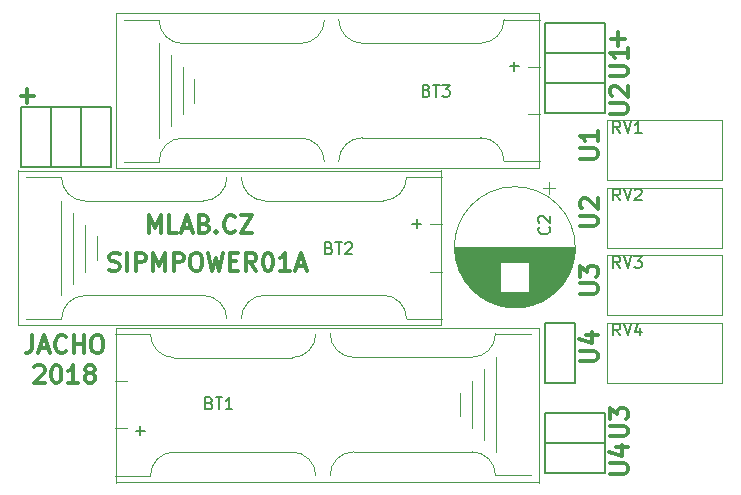
<source format=gbr>
G04 #@! TF.GenerationSoftware,KiCad,Pcbnew,6.0.0-rc1-unknown-f68581d~66~ubuntu16.04.1*
G04 #@! TF.CreationDate,2018-09-30T16:57:06+02:00*
G04 #@! TF.ProjectId,SIPMPOWER01A,5349504D504F5745523031412E6B6963,rev?*
G04 #@! TF.SameCoordinates,Original*
G04 #@! TF.FileFunction,Legend,Top*
G04 #@! TF.FilePolarity,Positive*
%FSLAX46Y46*%
G04 Gerber Fmt 4.6, Leading zero omitted, Abs format (unit mm)*
G04 Created by KiCad (PCBNEW 6.0.0-rc1-unknown-f68581d~66~ubuntu16.04.1) date Sun Sep 30 16:57:06 2018*
%MOMM*%
%LPD*%
G01*
G04 APERTURE LIST*
%ADD10C,0.300000*%
%ADD11C,0.120000*%
%ADD12C,0.150000*%
G04 APERTURE END LIST*
D10*
X1841428Y33166857D02*
X698571Y33166857D01*
X1270000Y32595428D02*
X1270000Y33738285D01*
X48073571Y10712142D02*
X49287857Y10712142D01*
X49430714Y10783571D01*
X49502142Y10855000D01*
X49573571Y10997857D01*
X49573571Y11283571D01*
X49502142Y11426428D01*
X49430714Y11497857D01*
X49287857Y11569285D01*
X48073571Y11569285D01*
X48573571Y12926428D02*
X49573571Y12926428D01*
X48002142Y12569285D02*
X49073571Y12212142D01*
X49073571Y13140714D01*
X48073571Y16427142D02*
X49287857Y16427142D01*
X49430714Y16498571D01*
X49502142Y16570000D01*
X49573571Y16712857D01*
X49573571Y16998571D01*
X49502142Y17141428D01*
X49430714Y17212857D01*
X49287857Y17284285D01*
X48073571Y17284285D01*
X48073571Y17855714D02*
X48073571Y18784285D01*
X48645000Y18284285D01*
X48645000Y18498571D01*
X48716428Y18641428D01*
X48787857Y18712857D01*
X48930714Y18784285D01*
X49287857Y18784285D01*
X49430714Y18712857D01*
X49502142Y18641428D01*
X49573571Y18498571D01*
X49573571Y18070000D01*
X49502142Y17927142D01*
X49430714Y17855714D01*
X48073571Y22142142D02*
X49287857Y22142142D01*
X49430714Y22213571D01*
X49502142Y22285000D01*
X49573571Y22427857D01*
X49573571Y22713571D01*
X49502142Y22856428D01*
X49430714Y22927857D01*
X49287857Y22999285D01*
X48073571Y22999285D01*
X48216428Y23642142D02*
X48145000Y23713571D01*
X48073571Y23856428D01*
X48073571Y24213571D01*
X48145000Y24356428D01*
X48216428Y24427857D01*
X48359285Y24499285D01*
X48502142Y24499285D01*
X48716428Y24427857D01*
X49573571Y23570714D01*
X49573571Y24499285D01*
X48073571Y27857142D02*
X49287857Y27857142D01*
X49430714Y27928571D01*
X49502142Y28000000D01*
X49573571Y28142857D01*
X49573571Y28428571D01*
X49502142Y28571428D01*
X49430714Y28642857D01*
X49287857Y28714285D01*
X48073571Y28714285D01*
X49573571Y30214285D02*
X49573571Y29357142D01*
X49573571Y29785714D02*
X48073571Y29785714D01*
X48287857Y29642857D01*
X48430714Y29500000D01*
X48502142Y29357142D01*
X50717142Y37992857D02*
X51860000Y37992857D01*
X51288571Y37421428D02*
X51288571Y38564285D01*
X50613571Y1187142D02*
X51827857Y1187142D01*
X51970714Y1258571D01*
X52042142Y1330000D01*
X52113571Y1472857D01*
X52113571Y1758571D01*
X52042142Y1901428D01*
X51970714Y1972857D01*
X51827857Y2044285D01*
X50613571Y2044285D01*
X51113571Y3401428D02*
X52113571Y3401428D01*
X50542142Y3044285D02*
X51613571Y2687142D01*
X51613571Y3615714D01*
X50613571Y4362142D02*
X51827857Y4362142D01*
X51970714Y4433571D01*
X52042142Y4505000D01*
X52113571Y4647857D01*
X52113571Y4933571D01*
X52042142Y5076428D01*
X51970714Y5147857D01*
X51827857Y5219285D01*
X50613571Y5219285D01*
X50613571Y5790714D02*
X50613571Y6719285D01*
X51185000Y6219285D01*
X51185000Y6433571D01*
X51256428Y6576428D01*
X51327857Y6647857D01*
X51470714Y6719285D01*
X51827857Y6719285D01*
X51970714Y6647857D01*
X52042142Y6576428D01*
X52113571Y6433571D01*
X52113571Y6005000D01*
X52042142Y5862142D01*
X51970714Y5790714D01*
X50613571Y31667142D02*
X51827857Y31667142D01*
X51970714Y31738571D01*
X52042142Y31810000D01*
X52113571Y31952857D01*
X52113571Y32238571D01*
X52042142Y32381428D01*
X51970714Y32452857D01*
X51827857Y32524285D01*
X50613571Y32524285D01*
X50756428Y33167142D02*
X50685000Y33238571D01*
X50613571Y33381428D01*
X50613571Y33738571D01*
X50685000Y33881428D01*
X50756428Y33952857D01*
X50899285Y34024285D01*
X51042142Y34024285D01*
X51256428Y33952857D01*
X52113571Y33095714D01*
X52113571Y34024285D01*
X50613571Y34842142D02*
X51827857Y34842142D01*
X51970714Y34913571D01*
X52042142Y34985000D01*
X52113571Y35127857D01*
X52113571Y35413571D01*
X52042142Y35556428D01*
X51970714Y35627857D01*
X51827857Y35699285D01*
X50613571Y35699285D01*
X52113571Y37199285D02*
X52113571Y36342142D01*
X52113571Y36770714D02*
X50613571Y36770714D01*
X50827857Y36627857D01*
X50970714Y36485000D01*
X51042142Y36342142D01*
X1873571Y10203571D02*
X1945000Y10275000D01*
X2087857Y10346428D01*
X2445000Y10346428D01*
X2587857Y10275000D01*
X2659285Y10203571D01*
X2730714Y10060714D01*
X2730714Y9917857D01*
X2659285Y9703571D01*
X1802142Y8846428D01*
X2730714Y8846428D01*
X3659285Y10346428D02*
X3802142Y10346428D01*
X3945000Y10275000D01*
X4016428Y10203571D01*
X4087857Y10060714D01*
X4159285Y9775000D01*
X4159285Y9417857D01*
X4087857Y9132142D01*
X4016428Y8989285D01*
X3945000Y8917857D01*
X3802142Y8846428D01*
X3659285Y8846428D01*
X3516428Y8917857D01*
X3445000Y8989285D01*
X3373571Y9132142D01*
X3302142Y9417857D01*
X3302142Y9775000D01*
X3373571Y10060714D01*
X3445000Y10203571D01*
X3516428Y10275000D01*
X3659285Y10346428D01*
X5587857Y8846428D02*
X4730714Y8846428D01*
X5159285Y8846428D02*
X5159285Y10346428D01*
X5016428Y10132142D01*
X4873571Y9989285D01*
X4730714Y9917857D01*
X6445000Y9703571D02*
X6302142Y9775000D01*
X6230714Y9846428D01*
X6159285Y9989285D01*
X6159285Y10060714D01*
X6230714Y10203571D01*
X6302142Y10275000D01*
X6445000Y10346428D01*
X6730714Y10346428D01*
X6873571Y10275000D01*
X6945000Y10203571D01*
X7016428Y10060714D01*
X7016428Y9989285D01*
X6945000Y9846428D01*
X6873571Y9775000D01*
X6730714Y9703571D01*
X6445000Y9703571D01*
X6302142Y9632142D01*
X6230714Y9560714D01*
X6159285Y9417857D01*
X6159285Y9132142D01*
X6230714Y8989285D01*
X6302142Y8917857D01*
X6445000Y8846428D01*
X6730714Y8846428D01*
X6873571Y8917857D01*
X6945000Y8989285D01*
X7016428Y9132142D01*
X7016428Y9417857D01*
X6945000Y9560714D01*
X6873571Y9632142D01*
X6730714Y9703571D01*
X1695000Y12886428D02*
X1695000Y11815000D01*
X1623571Y11600714D01*
X1480714Y11457857D01*
X1266428Y11386428D01*
X1123571Y11386428D01*
X2337857Y11815000D02*
X3052142Y11815000D01*
X2195000Y11386428D02*
X2695000Y12886428D01*
X3195000Y11386428D01*
X4552142Y11529285D02*
X4480714Y11457857D01*
X4266428Y11386428D01*
X4123571Y11386428D01*
X3909285Y11457857D01*
X3766428Y11600714D01*
X3695000Y11743571D01*
X3623571Y12029285D01*
X3623571Y12243571D01*
X3695000Y12529285D01*
X3766428Y12672142D01*
X3909285Y12815000D01*
X4123571Y12886428D01*
X4266428Y12886428D01*
X4480714Y12815000D01*
X4552142Y12743571D01*
X5195000Y11386428D02*
X5195000Y12886428D01*
X5195000Y12172142D02*
X6052142Y12172142D01*
X6052142Y11386428D02*
X6052142Y12886428D01*
X7052142Y12886428D02*
X7337857Y12886428D01*
X7480714Y12815000D01*
X7623571Y12672142D01*
X7695000Y12386428D01*
X7695000Y11886428D01*
X7623571Y11600714D01*
X7480714Y11457857D01*
X7337857Y11386428D01*
X7052142Y11386428D01*
X6909285Y11457857D01*
X6766428Y11600714D01*
X6695000Y11886428D01*
X6695000Y12386428D01*
X6766428Y12672142D01*
X6909285Y12815000D01*
X7052142Y12886428D01*
X8224285Y18442857D02*
X8438571Y18371428D01*
X8795714Y18371428D01*
X8938571Y18442857D01*
X9010000Y18514285D01*
X9081428Y18657142D01*
X9081428Y18800000D01*
X9010000Y18942857D01*
X8938571Y19014285D01*
X8795714Y19085714D01*
X8510000Y19157142D01*
X8367142Y19228571D01*
X8295714Y19300000D01*
X8224285Y19442857D01*
X8224285Y19585714D01*
X8295714Y19728571D01*
X8367142Y19800000D01*
X8510000Y19871428D01*
X8867142Y19871428D01*
X9081428Y19800000D01*
X9724285Y18371428D02*
X9724285Y19871428D01*
X10438571Y18371428D02*
X10438571Y19871428D01*
X11010000Y19871428D01*
X11152857Y19800000D01*
X11224285Y19728571D01*
X11295714Y19585714D01*
X11295714Y19371428D01*
X11224285Y19228571D01*
X11152857Y19157142D01*
X11010000Y19085714D01*
X10438571Y19085714D01*
X11938571Y18371428D02*
X11938571Y19871428D01*
X12438571Y18800000D01*
X12938571Y19871428D01*
X12938571Y18371428D01*
X13652857Y18371428D02*
X13652857Y19871428D01*
X14224285Y19871428D01*
X14367142Y19800000D01*
X14438571Y19728571D01*
X14510000Y19585714D01*
X14510000Y19371428D01*
X14438571Y19228571D01*
X14367142Y19157142D01*
X14224285Y19085714D01*
X13652857Y19085714D01*
X15438571Y19871428D02*
X15724285Y19871428D01*
X15867142Y19800000D01*
X16010000Y19657142D01*
X16081428Y19371428D01*
X16081428Y18871428D01*
X16010000Y18585714D01*
X15867142Y18442857D01*
X15724285Y18371428D01*
X15438571Y18371428D01*
X15295714Y18442857D01*
X15152857Y18585714D01*
X15081428Y18871428D01*
X15081428Y19371428D01*
X15152857Y19657142D01*
X15295714Y19800000D01*
X15438571Y19871428D01*
X16581428Y19871428D02*
X16938571Y18371428D01*
X17224285Y19442857D01*
X17510000Y18371428D01*
X17867142Y19871428D01*
X18438571Y19157142D02*
X18938571Y19157142D01*
X19152857Y18371428D02*
X18438571Y18371428D01*
X18438571Y19871428D01*
X19152857Y19871428D01*
X20652857Y18371428D02*
X20152857Y19085714D01*
X19795714Y18371428D02*
X19795714Y19871428D01*
X20367142Y19871428D01*
X20510000Y19800000D01*
X20581428Y19728571D01*
X20652857Y19585714D01*
X20652857Y19371428D01*
X20581428Y19228571D01*
X20510000Y19157142D01*
X20367142Y19085714D01*
X19795714Y19085714D01*
X21581428Y19871428D02*
X21724285Y19871428D01*
X21867142Y19800000D01*
X21938571Y19728571D01*
X22010000Y19585714D01*
X22081428Y19300000D01*
X22081428Y18942857D01*
X22010000Y18657142D01*
X21938571Y18514285D01*
X21867142Y18442857D01*
X21724285Y18371428D01*
X21581428Y18371428D01*
X21438571Y18442857D01*
X21367142Y18514285D01*
X21295714Y18657142D01*
X21224285Y18942857D01*
X21224285Y19300000D01*
X21295714Y19585714D01*
X21367142Y19728571D01*
X21438571Y19800000D01*
X21581428Y19871428D01*
X23510000Y18371428D02*
X22652857Y18371428D01*
X23081428Y18371428D02*
X23081428Y19871428D01*
X22938571Y19657142D01*
X22795714Y19514285D01*
X22652857Y19442857D01*
X24081428Y18800000D02*
X24795714Y18800000D01*
X23938571Y18371428D02*
X24438571Y19871428D01*
X24938571Y18371428D01*
X11553571Y21546428D02*
X11553571Y23046428D01*
X12053571Y21975000D01*
X12553571Y23046428D01*
X12553571Y21546428D01*
X13982142Y21546428D02*
X13267857Y21546428D01*
X13267857Y23046428D01*
X14410714Y21975000D02*
X15125000Y21975000D01*
X14267857Y21546428D02*
X14767857Y23046428D01*
X15267857Y21546428D01*
X16267857Y22332142D02*
X16482142Y22260714D01*
X16553571Y22189285D01*
X16624999Y22046428D01*
X16624999Y21832142D01*
X16553571Y21689285D01*
X16482142Y21617857D01*
X16339285Y21546428D01*
X15767857Y21546428D01*
X15767857Y23046428D01*
X16267857Y23046428D01*
X16410714Y22975000D01*
X16482142Y22903571D01*
X16553571Y22760714D01*
X16553571Y22617857D01*
X16482142Y22475000D01*
X16410714Y22403571D01*
X16267857Y22332142D01*
X15767857Y22332142D01*
X17267857Y21689285D02*
X17339285Y21617857D01*
X17267857Y21546428D01*
X17196428Y21617857D01*
X17267857Y21689285D01*
X17267857Y21546428D01*
X18839285Y21689285D02*
X18767857Y21617857D01*
X18553571Y21546428D01*
X18410714Y21546428D01*
X18196428Y21617857D01*
X18053571Y21760714D01*
X17982142Y21903571D01*
X17910714Y22189285D01*
X17910714Y22403571D01*
X17982142Y22689285D01*
X18053571Y22832142D01*
X18196428Y22975000D01*
X18410714Y23046428D01*
X18553571Y23046428D01*
X18767857Y22975000D01*
X18839285Y22903571D01*
X19339285Y23046428D02*
X20339285Y23046428D01*
X19339285Y21546428D01*
X20339285Y21546428D01*
D11*
G04 #@! TO.C,BT2*
X515000Y26870000D02*
X515000Y13770000D01*
X515000Y13770000D02*
X36315000Y13770000D01*
X36315000Y13770000D02*
X36315000Y26870000D01*
X515000Y26820000D02*
X36315000Y26820000D01*
X7167800Y19269200D02*
X7167800Y21269200D01*
X6167800Y18269200D02*
X6167800Y22269200D01*
X5167800Y23269200D02*
X5167800Y17269200D01*
X4167800Y16269200D02*
X4167800Y24269200D01*
X36391600Y18294600D02*
X35391600Y18294600D01*
X35391600Y22294600D02*
X36391600Y22294600D01*
X18167800Y14269200D02*
G75*
G03X16167800Y16269200I-2000000J0D01*
G01*
X21391600Y16294600D02*
G75*
G03X19391600Y14294600I0J-2000000D01*
G01*
X19391600Y26294600D02*
G75*
G03X21391600Y24294600I2000000J0D01*
G01*
X16167800Y24269200D02*
G75*
G03X18167800Y26269200I0J2000000D01*
G01*
X31391600Y24294600D02*
X21391600Y24294600D01*
X31391600Y16294600D02*
X21391600Y16294600D01*
X31391600Y24294600D02*
G75*
G03X33391600Y26294600I0J2000000D01*
G01*
X6167800Y16269200D02*
X16167800Y16269200D01*
X6167800Y24269200D02*
X16167800Y24269200D01*
X4167800Y26269200D02*
G75*
G03X6167800Y24269200I2000000J0D01*
G01*
X6167800Y16269200D02*
G75*
G03X4167800Y14269200I0J-2000000D01*
G01*
X33391600Y14294600D02*
G75*
G03X31391600Y16294600I-2000000J0D01*
G01*
X36391600Y14294600D02*
X33391600Y14294600D01*
X36391600Y26294600D02*
X33391600Y26294600D01*
X1167800Y14269200D02*
X4167800Y14269200D01*
X1167800Y26269200D02*
X4167800Y26269200D01*
G04 #@! TO.C,BT3*
X9422800Y39604200D02*
X12422800Y39604200D01*
X9422800Y27604200D02*
X12422800Y27604200D01*
X44646600Y39629600D02*
X41646600Y39629600D01*
X44646600Y27629600D02*
X41646600Y27629600D01*
X41646600Y27629600D02*
G75*
G03X39646600Y29629600I-2000000J0D01*
G01*
X14422800Y29604200D02*
G75*
G03X12422800Y27604200I0J-2000000D01*
G01*
X12422800Y39604200D02*
G75*
G03X14422800Y37604200I2000000J0D01*
G01*
X14422800Y37604200D02*
X24422800Y37604200D01*
X14422800Y29604200D02*
X24422800Y29604200D01*
X39646600Y37629600D02*
G75*
G03X41646600Y39629600I0J2000000D01*
G01*
X39646600Y29629600D02*
X29646600Y29629600D01*
X39646600Y37629600D02*
X29646600Y37629600D01*
X24422800Y37604200D02*
G75*
G03X26422800Y39604200I0J2000000D01*
G01*
X27646600Y39629600D02*
G75*
G03X29646600Y37629600I2000000J0D01*
G01*
X29646600Y29629600D02*
G75*
G03X27646600Y27629600I0J-2000000D01*
G01*
X26422800Y27604200D02*
G75*
G03X24422800Y29604200I-2000000J0D01*
G01*
X43646600Y35629600D02*
X44646600Y35629600D01*
X44646600Y31629600D02*
X43646600Y31629600D01*
X12422800Y29604200D02*
X12422800Y37604200D01*
X13422800Y36604200D02*
X13422800Y30604200D01*
X14422800Y31604200D02*
X14422800Y35604200D01*
X15422800Y32604200D02*
X15422800Y34604200D01*
X8770000Y40155000D02*
X44570000Y40155000D01*
X44570000Y27105000D02*
X44570000Y40205000D01*
X8770000Y27105000D02*
X44570000Y27105000D01*
X8770000Y40205000D02*
X8770000Y27105000D01*
G04 #@! TO.C,C2*
X47665000Y20360000D02*
G75*
G03X47665000Y20360000I-5120000J0D01*
G01*
X47625000Y20360000D02*
X37465000Y20360000D01*
X47625000Y20320000D02*
X37465000Y20320000D01*
X47625000Y20280000D02*
X37465000Y20280000D01*
X47624000Y20240000D02*
X37466000Y20240000D01*
X47623000Y20200000D02*
X37467000Y20200000D01*
X47622000Y20160000D02*
X37468000Y20160000D01*
X47620000Y20120000D02*
X37470000Y20120000D01*
X47618000Y20080000D02*
X37472000Y20080000D01*
X47615000Y20040000D02*
X37475000Y20040000D01*
X47613000Y20000000D02*
X37477000Y20000000D01*
X47610000Y19960000D02*
X37480000Y19960000D01*
X47607000Y19920000D02*
X37483000Y19920000D01*
X47603000Y19880000D02*
X37487000Y19880000D01*
X47599000Y19840000D02*
X37491000Y19840000D01*
X47595000Y19800000D02*
X37495000Y19800000D01*
X47590000Y19760000D02*
X37500000Y19760000D01*
X47585000Y19720000D02*
X37505000Y19720000D01*
X47580000Y19680000D02*
X37510000Y19680000D01*
X47575000Y19639000D02*
X37515000Y19639000D01*
X47569000Y19599000D02*
X37521000Y19599000D01*
X47563000Y19559000D02*
X37527000Y19559000D01*
X47556000Y19519000D02*
X37534000Y19519000D01*
X47549000Y19479000D02*
X37541000Y19479000D01*
X47542000Y19439000D02*
X37548000Y19439000D01*
X47535000Y19399000D02*
X37555000Y19399000D01*
X47527000Y19359000D02*
X37563000Y19359000D01*
X47519000Y19319000D02*
X37571000Y19319000D01*
X47510000Y19279000D02*
X37580000Y19279000D01*
X47501000Y19239000D02*
X37589000Y19239000D01*
X47492000Y19199000D02*
X37598000Y19199000D01*
X47483000Y19159000D02*
X37607000Y19159000D01*
X47473000Y19119000D02*
X37617000Y19119000D01*
X47463000Y19079000D02*
X43786000Y19079000D01*
X41304000Y19079000D02*
X37627000Y19079000D01*
X47452000Y19039000D02*
X43786000Y19039000D01*
X41304000Y19039000D02*
X37638000Y19039000D01*
X47442000Y18999000D02*
X43786000Y18999000D01*
X41304000Y18999000D02*
X37648000Y18999000D01*
X47430000Y18959000D02*
X43786000Y18959000D01*
X41304000Y18959000D02*
X37660000Y18959000D01*
X47419000Y18919000D02*
X43786000Y18919000D01*
X41304000Y18919000D02*
X37671000Y18919000D01*
X47407000Y18879000D02*
X43786000Y18879000D01*
X41304000Y18879000D02*
X37683000Y18879000D01*
X47395000Y18839000D02*
X43786000Y18839000D01*
X41304000Y18839000D02*
X37695000Y18839000D01*
X47382000Y18799000D02*
X43786000Y18799000D01*
X41304000Y18799000D02*
X37708000Y18799000D01*
X47369000Y18759000D02*
X43786000Y18759000D01*
X41304000Y18759000D02*
X37721000Y18759000D01*
X47356000Y18719000D02*
X43786000Y18719000D01*
X41304000Y18719000D02*
X37734000Y18719000D01*
X47342000Y18679000D02*
X43786000Y18679000D01*
X41304000Y18679000D02*
X37748000Y18679000D01*
X47328000Y18639000D02*
X43786000Y18639000D01*
X41304000Y18639000D02*
X37762000Y18639000D01*
X47313000Y18599000D02*
X43786000Y18599000D01*
X41304000Y18599000D02*
X37777000Y18599000D01*
X47299000Y18559000D02*
X43786000Y18559000D01*
X41304000Y18559000D02*
X37791000Y18559000D01*
X47283000Y18519000D02*
X43786000Y18519000D01*
X41304000Y18519000D02*
X37807000Y18519000D01*
X47268000Y18479000D02*
X43786000Y18479000D01*
X41304000Y18479000D02*
X37822000Y18479000D01*
X47252000Y18439000D02*
X43786000Y18439000D01*
X41304000Y18439000D02*
X37838000Y18439000D01*
X47235000Y18399000D02*
X43786000Y18399000D01*
X41304000Y18399000D02*
X37855000Y18399000D01*
X47219000Y18359000D02*
X43786000Y18359000D01*
X41304000Y18359000D02*
X37871000Y18359000D01*
X47202000Y18319000D02*
X43786000Y18319000D01*
X41304000Y18319000D02*
X37888000Y18319000D01*
X47184000Y18279000D02*
X43786000Y18279000D01*
X41304000Y18279000D02*
X37906000Y18279000D01*
X47166000Y18239000D02*
X43786000Y18239000D01*
X41304000Y18239000D02*
X37924000Y18239000D01*
X47148000Y18199000D02*
X43786000Y18199000D01*
X41304000Y18199000D02*
X37942000Y18199000D01*
X47129000Y18159000D02*
X43786000Y18159000D01*
X41304000Y18159000D02*
X37961000Y18159000D01*
X47109000Y18119000D02*
X43786000Y18119000D01*
X41304000Y18119000D02*
X37981000Y18119000D01*
X47090000Y18079000D02*
X43786000Y18079000D01*
X41304000Y18079000D02*
X38000000Y18079000D01*
X47070000Y18039000D02*
X43786000Y18039000D01*
X41304000Y18039000D02*
X38020000Y18039000D01*
X47049000Y17999000D02*
X43786000Y17999000D01*
X41304000Y17999000D02*
X38041000Y17999000D01*
X47028000Y17959000D02*
X43786000Y17959000D01*
X41304000Y17959000D02*
X38062000Y17959000D01*
X47007000Y17919000D02*
X43786000Y17919000D01*
X41304000Y17919000D02*
X38083000Y17919000D01*
X46985000Y17879000D02*
X43786000Y17879000D01*
X41304000Y17879000D02*
X38105000Y17879000D01*
X46962000Y17839000D02*
X43786000Y17839000D01*
X41304000Y17839000D02*
X38128000Y17839000D01*
X46940000Y17799000D02*
X43786000Y17799000D01*
X41304000Y17799000D02*
X38150000Y17799000D01*
X46916000Y17759000D02*
X43786000Y17759000D01*
X41304000Y17759000D02*
X38174000Y17759000D01*
X46892000Y17719000D02*
X43786000Y17719000D01*
X41304000Y17719000D02*
X38198000Y17719000D01*
X46868000Y17679000D02*
X43786000Y17679000D01*
X41304000Y17679000D02*
X38222000Y17679000D01*
X46843000Y17639000D02*
X43786000Y17639000D01*
X41304000Y17639000D02*
X38247000Y17639000D01*
X46818000Y17599000D02*
X43786000Y17599000D01*
X41304000Y17599000D02*
X38272000Y17599000D01*
X46792000Y17559000D02*
X43786000Y17559000D01*
X41304000Y17559000D02*
X38298000Y17559000D01*
X46766000Y17519000D02*
X43786000Y17519000D01*
X41304000Y17519000D02*
X38324000Y17519000D01*
X46739000Y17479000D02*
X43786000Y17479000D01*
X41304000Y17479000D02*
X38351000Y17479000D01*
X46711000Y17439000D02*
X43786000Y17439000D01*
X41304000Y17439000D02*
X38379000Y17439000D01*
X46683000Y17399000D02*
X43786000Y17399000D01*
X41304000Y17399000D02*
X38407000Y17399000D01*
X46655000Y17359000D02*
X43786000Y17359000D01*
X41304000Y17359000D02*
X38435000Y17359000D01*
X46625000Y17319000D02*
X43786000Y17319000D01*
X41304000Y17319000D02*
X38465000Y17319000D01*
X46595000Y17279000D02*
X43786000Y17279000D01*
X41304000Y17279000D02*
X38495000Y17279000D01*
X46565000Y17239000D02*
X43786000Y17239000D01*
X41304000Y17239000D02*
X38525000Y17239000D01*
X46534000Y17199000D02*
X43786000Y17199000D01*
X41304000Y17199000D02*
X38556000Y17199000D01*
X46502000Y17159000D02*
X43786000Y17159000D01*
X41304000Y17159000D02*
X38588000Y17159000D01*
X46470000Y17119000D02*
X43786000Y17119000D01*
X41304000Y17119000D02*
X38620000Y17119000D01*
X46437000Y17079000D02*
X43786000Y17079000D01*
X41304000Y17079000D02*
X38653000Y17079000D01*
X46403000Y17039000D02*
X43786000Y17039000D01*
X41304000Y17039000D02*
X38687000Y17039000D01*
X46369000Y16999000D02*
X43786000Y16999000D01*
X41304000Y16999000D02*
X38721000Y16999000D01*
X46334000Y16959000D02*
X43786000Y16959000D01*
X41304000Y16959000D02*
X38756000Y16959000D01*
X46298000Y16919000D02*
X43786000Y16919000D01*
X41304000Y16919000D02*
X38792000Y16919000D01*
X46261000Y16879000D02*
X43786000Y16879000D01*
X41304000Y16879000D02*
X38829000Y16879000D01*
X46224000Y16839000D02*
X43786000Y16839000D01*
X41304000Y16839000D02*
X38866000Y16839000D01*
X46185000Y16799000D02*
X43786000Y16799000D01*
X41304000Y16799000D02*
X38905000Y16799000D01*
X46146000Y16759000D02*
X43786000Y16759000D01*
X41304000Y16759000D02*
X38944000Y16759000D01*
X46106000Y16719000D02*
X43786000Y16719000D01*
X41304000Y16719000D02*
X38984000Y16719000D01*
X46065000Y16679000D02*
X43786000Y16679000D01*
X41304000Y16679000D02*
X39025000Y16679000D01*
X46023000Y16639000D02*
X43786000Y16639000D01*
X41304000Y16639000D02*
X39067000Y16639000D01*
X45981000Y16599000D02*
X39109000Y16599000D01*
X45937000Y16559000D02*
X39153000Y16559000D01*
X45892000Y16519000D02*
X39198000Y16519000D01*
X45846000Y16479000D02*
X39244000Y16479000D01*
X45799000Y16439000D02*
X39291000Y16439000D01*
X45751000Y16399000D02*
X39339000Y16399000D01*
X45701000Y16359000D02*
X39389000Y16359000D01*
X45651000Y16319000D02*
X39439000Y16319000D01*
X45599000Y16279000D02*
X39491000Y16279000D01*
X45545000Y16239000D02*
X39545000Y16239000D01*
X45490000Y16199000D02*
X39600000Y16199000D01*
X45434000Y16159000D02*
X39656000Y16159000D01*
X45375000Y16119000D02*
X39715000Y16119000D01*
X45315000Y16079000D02*
X39775000Y16079000D01*
X45254000Y16039000D02*
X39836000Y16039000D01*
X45190000Y15999000D02*
X39900000Y15999000D01*
X45124000Y15959000D02*
X39966000Y15959000D01*
X45055000Y15919000D02*
X40035000Y15919000D01*
X44984000Y15879000D02*
X40106000Y15879000D01*
X44910000Y15839000D02*
X40180000Y15839000D01*
X44834000Y15799000D02*
X40256000Y15799000D01*
X44754000Y15759000D02*
X40336000Y15759000D01*
X44670000Y15719000D02*
X40420000Y15719000D01*
X44582000Y15679000D02*
X40508000Y15679000D01*
X44489000Y15639000D02*
X40601000Y15639000D01*
X44391000Y15599000D02*
X40699000Y15599000D01*
X44287000Y15559000D02*
X40803000Y15559000D01*
X44175000Y15519000D02*
X40915000Y15519000D01*
X44055000Y15479000D02*
X41035000Y15479000D01*
X43923000Y15439000D02*
X41167000Y15439000D01*
X43775000Y15399000D02*
X41315000Y15399000D01*
X43607000Y15359000D02*
X41483000Y15359000D01*
X43407000Y15319000D02*
X41683000Y15319000D01*
X43144000Y15279000D02*
X41946000Y15279000D01*
X45420000Y25839646D02*
X45420000Y24839646D01*
X45920000Y25339646D02*
X44920000Y25339646D01*
G04 #@! TO.C,BT1*
X43917200Y1035800D02*
X40917200Y1035800D01*
X43917200Y13035800D02*
X40917200Y13035800D01*
X8693400Y1010400D02*
X11693400Y1010400D01*
X8693400Y13010400D02*
X11693400Y13010400D01*
X11693400Y13010400D02*
G75*
G03X13693400Y11010400I2000000J0D01*
G01*
X38917200Y11035800D02*
G75*
G03X40917200Y13035800I0J2000000D01*
G01*
X40917200Y1035800D02*
G75*
G03X38917200Y3035800I-2000000J0D01*
G01*
X38917200Y3035800D02*
X28917200Y3035800D01*
X38917200Y11035800D02*
X28917200Y11035800D01*
X13693400Y3010400D02*
G75*
G03X11693400Y1010400I0J-2000000D01*
G01*
X13693400Y11010400D02*
X23693400Y11010400D01*
X13693400Y3010400D02*
X23693400Y3010400D01*
X28917200Y3035800D02*
G75*
G03X26917200Y1035800I0J-2000000D01*
G01*
X25693400Y1010400D02*
G75*
G03X23693400Y3010400I-2000000J0D01*
G01*
X23693400Y11010400D02*
G75*
G03X25693400Y13010400I0J2000000D01*
G01*
X26917200Y13035800D02*
G75*
G03X28917200Y11035800I2000000J0D01*
G01*
X9693400Y5010400D02*
X8693400Y5010400D01*
X8693400Y9010400D02*
X9693400Y9010400D01*
X40917200Y11035800D02*
X40917200Y3035800D01*
X39917200Y4035800D02*
X39917200Y10035800D01*
X38917200Y9035800D02*
X38917200Y5035800D01*
X37917200Y8035800D02*
X37917200Y6035800D01*
X44570000Y485000D02*
X8770000Y485000D01*
X8770000Y13535000D02*
X8770000Y435000D01*
X44570000Y13535000D02*
X8770000Y13535000D01*
X44570000Y435000D02*
X44570000Y13535000D01*
G04 #@! TO.C,RV1*
X60130000Y31105000D02*
X60130000Y26035000D01*
X50360000Y31105000D02*
X50360000Y26035000D01*
X50360000Y26035000D02*
X60130000Y26035000D01*
X50360000Y31105000D02*
X60130000Y31105000D01*
G04 #@! TO.C,RV2*
X60130000Y25390000D02*
X60130000Y20320000D01*
X50360000Y25390000D02*
X50360000Y20320000D01*
X50360000Y20320000D02*
X60130000Y20320000D01*
X50360000Y25390000D02*
X60130000Y25390000D01*
G04 #@! TO.C,RV3*
X50360000Y19675000D02*
X60130000Y19675000D01*
X50360000Y14605000D02*
X60130000Y14605000D01*
X50360000Y19675000D02*
X50360000Y14605000D01*
X60130000Y19675000D02*
X60130000Y14605000D01*
G04 #@! TO.C,RV4*
X50360000Y13960000D02*
X60130000Y13960000D01*
X50360000Y8890000D02*
X60130000Y8890000D01*
X50360000Y13960000D02*
X50360000Y8890000D01*
X60130000Y13960000D02*
X60130000Y8890000D01*
D12*
G04 #@! TO.C,J1*
X45085000Y3810000D02*
X50165000Y3810000D01*
X50165000Y3810000D02*
X50165000Y1270000D01*
X50165000Y1270000D02*
X45085000Y1270000D01*
X45085000Y1270000D02*
X45085000Y3810000D01*
G04 #@! TO.C,J2*
X45085000Y3810000D02*
X45085000Y6350000D01*
X50165000Y3810000D02*
X45085000Y3810000D01*
X50165000Y6350000D02*
X50165000Y3810000D01*
X45085000Y6350000D02*
X50165000Y6350000D01*
G04 #@! TO.C,J3*
X45085000Y34290000D02*
X50165000Y34290000D01*
X50165000Y34290000D02*
X50165000Y31750000D01*
X50165000Y31750000D02*
X45085000Y31750000D01*
X45085000Y31750000D02*
X45085000Y34290000D01*
G04 #@! TO.C,J4*
X45085000Y34290000D02*
X45085000Y36830000D01*
X50165000Y34290000D02*
X45085000Y34290000D01*
X50165000Y36830000D02*
X50165000Y34290000D01*
X45085000Y36830000D02*
X50165000Y36830000D01*
G04 #@! TO.C,J5*
X45085000Y39370000D02*
X50165000Y39370000D01*
X50165000Y39370000D02*
X50165000Y36830000D01*
X50165000Y36830000D02*
X45085000Y36830000D01*
X45085000Y36830000D02*
X45085000Y39370000D01*
G04 #@! TO.C,J6*
X45085000Y13970000D02*
X47625000Y13970000D01*
X47625000Y13970000D02*
X47625000Y8890000D01*
X47625000Y8890000D02*
X45085000Y8890000D01*
X45085000Y8890000D02*
X45085000Y13970000D01*
G04 #@! TO.C,J7*
X762000Y32258000D02*
X3302000Y32258000D01*
X3302000Y32258000D02*
X3302000Y27178000D01*
X3302000Y27178000D02*
X762000Y27178000D01*
X762000Y27178000D02*
X762000Y32258000D01*
G04 #@! TO.C,J8*
X3302000Y27178000D02*
X3302000Y32258000D01*
X5842000Y27178000D02*
X3302000Y27178000D01*
X5842000Y32258000D02*
X5842000Y27178000D01*
X3302000Y32258000D02*
X5842000Y32258000D01*
G04 #@! TO.C,J9*
X5842000Y32258000D02*
X8382000Y32258000D01*
X8382000Y32258000D02*
X8382000Y27178000D01*
X8382000Y27178000D02*
X5842000Y27178000D01*
X5842000Y27178000D02*
X5842000Y32258000D01*
G04 #@! TO.C,BT2*
X26824085Y20289828D02*
X26966942Y20242209D01*
X27014561Y20194590D01*
X27062180Y20099352D01*
X27062180Y19956495D01*
X27014561Y19861257D01*
X26966942Y19813638D01*
X26871704Y19766019D01*
X26490752Y19766019D01*
X26490752Y20766019D01*
X26824085Y20766019D01*
X26919323Y20718400D01*
X26966942Y20670780D01*
X27014561Y20575542D01*
X27014561Y20480304D01*
X26966942Y20385066D01*
X26919323Y20337447D01*
X26824085Y20289828D01*
X26490752Y20289828D01*
X27347895Y20766019D02*
X27919323Y20766019D01*
X27633609Y19766019D02*
X27633609Y20766019D01*
X28205038Y20670780D02*
X28252657Y20718400D01*
X28347895Y20766019D01*
X28585990Y20766019D01*
X28681228Y20718400D01*
X28728847Y20670780D01*
X28776466Y20575542D01*
X28776466Y20480304D01*
X28728847Y20337447D01*
X28157419Y19766019D01*
X28776466Y19766019D01*
X33883647Y22331371D02*
X34645552Y22331371D01*
X34264600Y21950419D02*
X34264600Y22712323D01*
G04 #@! TO.C,BT3*
X35079085Y33624828D02*
X35221942Y33577209D01*
X35269561Y33529590D01*
X35317180Y33434352D01*
X35317180Y33291495D01*
X35269561Y33196257D01*
X35221942Y33148638D01*
X35126704Y33101019D01*
X34745752Y33101019D01*
X34745752Y34101019D01*
X35079085Y34101019D01*
X35174323Y34053400D01*
X35221942Y34005780D01*
X35269561Y33910542D01*
X35269561Y33815304D01*
X35221942Y33720066D01*
X35174323Y33672447D01*
X35079085Y33624828D01*
X34745752Y33624828D01*
X35602895Y34101019D02*
X36174323Y34101019D01*
X35888609Y33101019D02*
X35888609Y34101019D01*
X36412419Y34101019D02*
X37031466Y34101019D01*
X36698133Y33720066D01*
X36840990Y33720066D01*
X36936228Y33672447D01*
X36983847Y33624828D01*
X37031466Y33529590D01*
X37031466Y33291495D01*
X36983847Y33196257D01*
X36936228Y33148638D01*
X36840990Y33101019D01*
X36555276Y33101019D01*
X36460038Y33148638D01*
X36412419Y33196257D01*
X42138647Y35666371D02*
X42900552Y35666371D01*
X42519600Y35285419D02*
X42519600Y36047323D01*
G04 #@! TO.C,C2*
X45442142Y22058333D02*
X45489761Y22010714D01*
X45537380Y21867857D01*
X45537380Y21772619D01*
X45489761Y21629761D01*
X45394523Y21534523D01*
X45299285Y21486904D01*
X45108809Y21439285D01*
X44965952Y21439285D01*
X44775476Y21486904D01*
X44680238Y21534523D01*
X44585000Y21629761D01*
X44537380Y21772619D01*
X44537380Y21867857D01*
X44585000Y22010714D01*
X44632619Y22058333D01*
X44632619Y22439285D02*
X44585000Y22486904D01*
X44537380Y22582142D01*
X44537380Y22820238D01*
X44585000Y22915476D01*
X44632619Y22963095D01*
X44727857Y23010714D01*
X44823095Y23010714D01*
X44965952Y22963095D01*
X45537380Y22391666D01*
X45537380Y23010714D01*
G04 #@! TO.C,BT1*
X16689485Y7158028D02*
X16832342Y7110409D01*
X16879961Y7062790D01*
X16927580Y6967552D01*
X16927580Y6824695D01*
X16879961Y6729457D01*
X16832342Y6681838D01*
X16737104Y6634219D01*
X16356152Y6634219D01*
X16356152Y7634219D01*
X16689485Y7634219D01*
X16784723Y7586600D01*
X16832342Y7538980D01*
X16879961Y7443742D01*
X16879961Y7348504D01*
X16832342Y7253266D01*
X16784723Y7205647D01*
X16689485Y7158028D01*
X16356152Y7158028D01*
X17213295Y7634219D02*
X17784723Y7634219D01*
X17499009Y6634219D02*
X17499009Y7634219D01*
X18641866Y6634219D02*
X18070438Y6634219D01*
X18356152Y6634219D02*
X18356152Y7634219D01*
X18260914Y7491361D01*
X18165676Y7396123D01*
X18070438Y7348504D01*
X10439447Y4830771D02*
X11201352Y4830771D01*
X10820400Y4449819D02*
X10820400Y5211723D01*
G04 #@! TO.C,RV1*
X51474761Y30027619D02*
X51141428Y30503809D01*
X50903333Y30027619D02*
X50903333Y31027619D01*
X51284285Y31027619D01*
X51379523Y30980000D01*
X51427142Y30932380D01*
X51474761Y30837142D01*
X51474761Y30694285D01*
X51427142Y30599047D01*
X51379523Y30551428D01*
X51284285Y30503809D01*
X50903333Y30503809D01*
X51760476Y31027619D02*
X52093809Y30027619D01*
X52427142Y31027619D01*
X53284285Y30027619D02*
X52712857Y30027619D01*
X52998571Y30027619D02*
X52998571Y31027619D01*
X52903333Y30884761D01*
X52808095Y30789523D01*
X52712857Y30741904D01*
G04 #@! TO.C,RV2*
X51474761Y24312619D02*
X51141428Y24788809D01*
X50903333Y24312619D02*
X50903333Y25312619D01*
X51284285Y25312619D01*
X51379523Y25265000D01*
X51427142Y25217380D01*
X51474761Y25122142D01*
X51474761Y24979285D01*
X51427142Y24884047D01*
X51379523Y24836428D01*
X51284285Y24788809D01*
X50903333Y24788809D01*
X51760476Y25312619D02*
X52093809Y24312619D01*
X52427142Y25312619D01*
X52712857Y25217380D02*
X52760476Y25265000D01*
X52855714Y25312619D01*
X53093809Y25312619D01*
X53189047Y25265000D01*
X53236666Y25217380D01*
X53284285Y25122142D01*
X53284285Y25026904D01*
X53236666Y24884047D01*
X52665238Y24312619D01*
X53284285Y24312619D01*
G04 #@! TO.C,RV3*
X51474761Y18597619D02*
X51141428Y19073809D01*
X50903333Y18597619D02*
X50903333Y19597619D01*
X51284285Y19597619D01*
X51379523Y19550000D01*
X51427142Y19502380D01*
X51474761Y19407142D01*
X51474761Y19264285D01*
X51427142Y19169047D01*
X51379523Y19121428D01*
X51284285Y19073809D01*
X50903333Y19073809D01*
X51760476Y19597619D02*
X52093809Y18597619D01*
X52427142Y19597619D01*
X52665238Y19597619D02*
X53284285Y19597619D01*
X52950952Y19216666D01*
X53093809Y19216666D01*
X53189047Y19169047D01*
X53236666Y19121428D01*
X53284285Y19026190D01*
X53284285Y18788095D01*
X53236666Y18692857D01*
X53189047Y18645238D01*
X53093809Y18597619D01*
X52808095Y18597619D01*
X52712857Y18645238D01*
X52665238Y18692857D01*
G04 #@! TO.C,RV4*
X51474761Y12882619D02*
X51141428Y13358809D01*
X50903333Y12882619D02*
X50903333Y13882619D01*
X51284285Y13882619D01*
X51379523Y13835000D01*
X51427142Y13787380D01*
X51474761Y13692142D01*
X51474761Y13549285D01*
X51427142Y13454047D01*
X51379523Y13406428D01*
X51284285Y13358809D01*
X50903333Y13358809D01*
X51760476Y13882619D02*
X52093809Y12882619D01*
X52427142Y13882619D01*
X53189047Y13549285D02*
X53189047Y12882619D01*
X52950952Y13930238D02*
X52712857Y13215952D01*
X53331904Y13215952D01*
G04 #@! TD*
M02*

</source>
